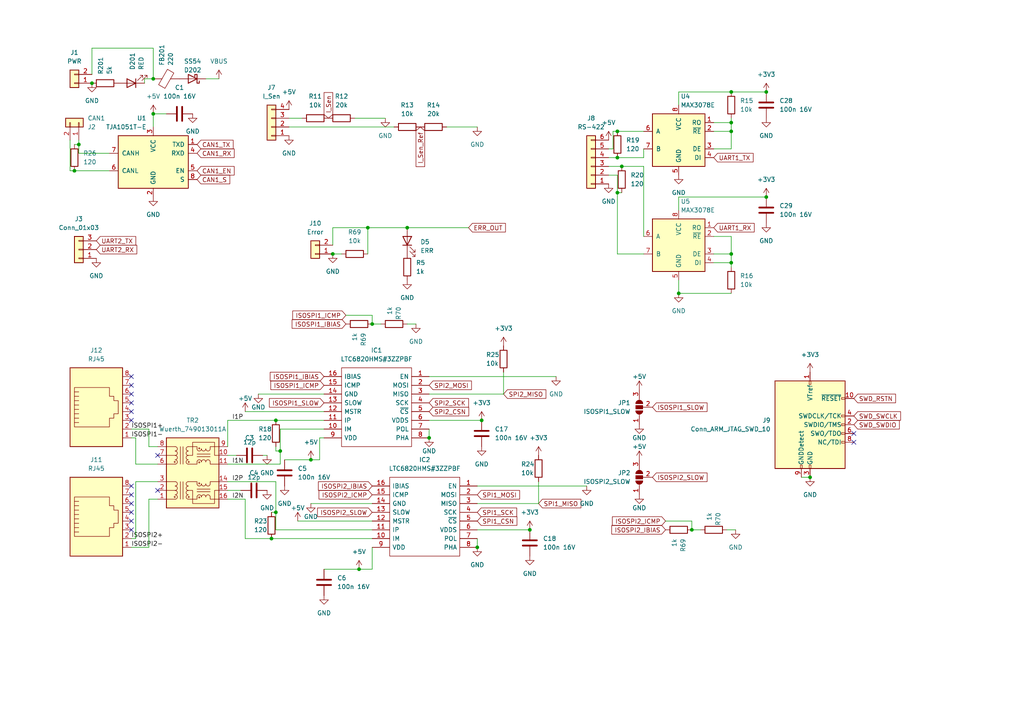
<source format=kicad_sch>
(kicad_sch (version 20231120) (generator "eeschema") (generator_version "8.0")
  (paper "A4")
  (lib_symbols
    (symbol "Connector:Conn_ARM_JTAG_SWD_10" (pin_names (offset 1.016))
      (property "Reference" "J" (at -2.54 16.51 0))
      (property "Value" "Conn_ARM_JTAG_SWD_10" (at -2.54 13.97 0))
      (symbol "Conn_ARM_JTAG_SWD_10_1_1"
        (pin power_in line (at 0 15.24 270) (length 2.54) (name "VTref") (number "1"))
        (pin open_collector line (at 12.7 7.62 180) (length 2.54) (name "~{RESET}") (number "10"))
        (pin bidirectional line (at 12.7 0 180) (length 2.54) (name "SWDIO/TMS") (number "2"))
        (pin power_in line (at 0 -15.24 90) (length 2.54) (name "GND") (number "3"))
        (pin output line (at 12.7 2.54 180) (length 2.54) (name "SWDCLK/TCK") (number "4"))
        (pin passive line (at 0 -15.24 90) (length 2.54) hide (name "GND") (number "5"))
        (pin input line (at 12.7 -2.54 180) (length 2.54) (name "SWO/TDO") (number "6"))
        (pin no_connect line (at -10.16 0 0) (length 2.54) hide (name "KEY") (number "7"))
        (pin output line (at 12.7 -5.08 180) (length 2.54) (name "NC/TDI") (number "8"))
        (pin passive line (at -2.54 -15.24 90) (length 2.54) (name "GNDDetect") (number "9"))
      )
    )
    (symbol "Connector:RJ45" (pin_names (offset 1.016))
      (property "Reference" "J" (at -5.08 13.97 0))
      (property "Value" "RJ45" (at 2.54 13.97 0))
      (symbol "RJ45_1_1"
        (pin passive line (at 10.16 -7.62 180) (length 2.54) (name "~") (number "1"))
        (pin passive line (at 10.16 -5.08 180) (length 2.54) (name "~") (number "2"))
        (pin passive line (at 10.16 -2.54 180) (length 2.54) (name "~") (number "3"))
        (pin passive line (at 10.16 0 180) (length 2.54) (name "~") (number "4"))
        (pin passive line (at 10.16 2.54 180) (length 2.54) (name "~") (number "5"))
        (pin passive line (at 10.16 5.08 180) (length 2.54) (name "~") (number "6"))
        (pin passive line (at 10.16 7.62 180) (length 2.54) (name "~") (number "7"))
        (pin passive line (at 10.16 10.16 180) (length 2.54) (name "~") (number "8"))
      )
    )
    (symbol "Connector_Generic:Conn_01x02" (pin_names (offset 1.016) hide)
      (property "Reference" "J" (at 0 2.54 0))
      (property "Value" "Conn_01x02" (at 0 -5.08 0))
      (symbol "Conn_01x02_1_1"
        (pin passive line (at -5.08 0 0) (length 3.81) (name "Pin_1") (number "1"))
        (pin passive line (at -5.08 -2.54 0) (length 3.81) (name "Pin_2") (number "2"))
      )
    )
    (symbol "Connector_Generic:Conn_01x03" (pin_names (offset 1.016) hide)
      (property "Reference" "J" (at 0 5.08 0))
      (property "Value" "Conn_01x03" (at 0 -5.08 0))
      (symbol "Conn_01x03_1_1"
        (pin passive line (at -5.08 2.54 0) (length 3.81) (name "Pin_1") (number "1"))
        (pin passive line (at -5.08 0 0) (length 3.81) (name "Pin_2") (number "2"))
        (pin passive line (at -5.08 -2.54 0) (length 3.81) (name "Pin_3") (number "3"))
      )
    )
    (symbol "Connector_Generic:Conn_01x04" (pin_names (offset 1.016) hide)
      (property "Reference" "J" (at 0 5.08 0))
      (property "Value" "Conn_01x04" (at 0 -7.62 0))
      (symbol "Conn_01x04_1_1"
        (pin passive line (at -5.08 2.54 0) (length 3.81) (name "Pin_1") (number "1"))
        (pin passive line (at -5.08 0 0) (length 3.81) (name "Pin_2") (number "2"))
        (pin passive line (at -5.08 -2.54 0) (length 3.81) (name "Pin_3") (number "3"))
        (pin passive line (at -5.08 -5.08 0) (length 3.81) (name "Pin_4") (number "4"))
      )
    )
    (symbol "Connector_Generic:Conn_01x06" (pin_names (offset 1.016) hide)
      (property "Reference" "J" (at 0 7.62 0))
      (property "Value" "Conn_01x06" (at 0 -10.16 0))
      (symbol "Conn_01x06_1_1"
        (pin passive line (at -5.08 5.08 0) (length 3.81) (name "Pin_1") (number "1"))
        (pin passive line (at -5.08 2.54 0) (length 3.81) (name "Pin_2") (number "2"))
        (pin passive line (at -5.08 0 0) (length 3.81) (name "Pin_3") (number "3"))
        (pin passive line (at -5.08 -2.54 0) (length 3.81) (name "Pin_4") (number "4"))
        (pin passive line (at -5.08 -5.08 0) (length 3.81) (name "Pin_5") (number "5"))
        (pin passive line (at -5.08 -7.62 0) (length 3.81) (name "Pin_6") (number "6"))
      )
    )
    (symbol "Device:C" (pin_numbers hide) (pin_names (offset 0.254))
      (property "Reference" "C" (at 0.635 2.54 0))
      (property "Value" "C" (at 0.635 -2.54 0))
      (symbol "C_1_1"
        (pin passive line (at 0 3.81 270) (length 2.794) (name "~") (number "1"))
        (pin passive line (at 0 -3.81 90) (length 2.794) (name "~") (number "2"))
      )
    )
    (symbol "Device:D_Schottky" (pin_numbers hide) (pin_names (offset 1.016) hide)
      (property "Reference" "D" (at 0 2.54 0))
      (property "Value" "D_Schottky" (at 0 -2.54 0))
      (symbol "D_Schottky_1_1"
        (pin passive line (at -3.81 0 0) (length 2.54) (name "K") (number "1"))
        (pin passive line (at 3.81 0 180) (length 2.54) (name "A") (number "2"))
      )
    )
    (symbol "Device:FerriteBead" (pin_numbers hide) (pin_names (offset 0))
      (property "Reference" "FB" (at -3.81 0.635 90))
      (property "Value" "FerriteBead" (at 3.81 0 90))
      (symbol "FerriteBead_1_1"
        (pin passive line (at 0 3.81 270) (length 2.54) (name "~") (number "1"))
        (pin passive line (at 0 -3.81 90) (length 2.54) (name "~") (number "2"))
      )
    )
    (symbol "Device:LED" (pin_numbers hide) (pin_names (offset 1.016) hide)
      (property "Reference" "D" (at 0 2.54 0))
      (property "Value" "LED" (at 0 -2.54 0))
      (symbol "LED_1_1"
        (pin passive line (at -3.81 0 0) (length 2.54) (name "K") (number "1"))
        (pin passive line (at 3.81 0 180) (length 2.54) (name "A") (number "2"))
      )
    )
    (symbol "Device:R" (pin_numbers hide) (pin_names (offset 0))
      (property "Reference" "R" (at 2.032 0 90))
      (property "Value" "R" (at 0 0 90))
      (symbol "R_1_1"
        (pin passive line (at 0 3.81 270) (length 1.27) (name "~") (number "1"))
        (pin passive line (at 0 -3.81 90) (length 1.27) (name "~") (number "2"))
      )
    )
    (symbol "Interface_CAN_LIN:TJA1051T-E" (pin_names (offset 1.016))
      (property "Reference" "U" (at -10.16 8.89 0))
      (property "Value" "TJA1051T-E" (at 1.27 8.89 0))
      (symbol "TJA1051T-E_1_1"
        (pin input line (at -12.7 5.08 0) (length 2.54) (name "TXD") (number "1"))
        (pin power_in line (at 0 -10.16 90) (length 2.54) (name "GND") (number "2"))
        (pin power_in line (at 0 10.16 270) (length 2.54) (name "VCC") (number "3"))
        (pin output line (at -12.7 2.54 0) (length 2.54) (name "RXD") (number "4"))
        (pin input line (at -12.7 -2.54 0) (length 2.54) (name "EN") (number "5"))
        (pin bidirectional line (at 12.7 -2.54 180) (length 2.54) (name "CANL") (number "6"))
        (pin bidirectional line (at 12.7 2.54 180) (length 2.54) (name "CANH") (number "7"))
        (pin input line (at -12.7 -5.08 0) (length 2.54) (name "S") (number "8"))
      )
    )
    (symbol "Interface_UART:MAX3078E" (pin_names (offset 1.016))
      (property "Reference" "U" (at -7.62 8.89 0))
      (property "Value" "MAX3078E" (at 2.54 8.89 0))
      (symbol "MAX3078E_1_1"
        (pin output line (at -10.16 5.08 0) (length 2.54) (name "RO") (number "1"))
        (pin input line (at -10.16 2.54 0) (length 2.54) (name "~{RE}") (number "2"))
        (pin input line (at -10.16 -2.54 0) (length 2.54) (name "DE") (number "3"))
        (pin input line (at -10.16 -5.08 0) (length 2.54) (name "DI") (number "4"))
        (pin power_in line (at 0 -10.16 90) (length 2.54) (name "GND") (number "5"))
        (pin bidirectional line (at 10.16 2.54 180) (length 2.54) (name "A") (number "6"))
        (pin bidirectional line (at 10.16 -2.54 180) (length 2.54) (name "B") (number "7"))
        (pin power_in line (at 0 10.16 270) (length 2.54) (name "VCC") (number "8"))
      )
    )
    (symbol "Jumper:SolderJumper_3_Open" (pin_names (offset 0) hide)
      (property "Reference" "JP" (at -2.54 -2.54 0))
      (property "Value" "SolderJumper_3_Open" (at 0 2.794 0))
      (symbol "SolderJumper_3_Open_1_1"
        (pin passive line (at -5.08 0 0) (length 2.54) (name "A") (number "1"))
        (pin passive line (at 0 -3.81 90) (length 2.54) (name "C") (number "2"))
        (pin passive line (at 5.08 0 180) (length 2.54) (name "B") (number "3"))
      )
    )
    (symbol "Samacsys:LTC6820HMS#3ZZPBF" (pin_names (offset 0.762))
      (property "Reference" "IC" (at 26.67 7.62 0))
      (property "Value" "LTC6820HMS#3ZZPBF" (at 26.67 5.08 0))
      (symbol "LTC6820HMS#3ZZPBF_0_0"
        (pin passive line (at 0 0 0) (length 5.08) (name "EN") (number "1"))
        (pin passive line (at 30.48 -15.24 180) (length 5.08) (name "IM") (number "10"))
        (pin passive line (at 30.48 -12.7 180) (length 5.08) (name "IP") (number "11"))
        (pin passive line (at 30.48 -10.16 180) (length 5.08) (name "MSTR") (number "12"))
        (pin passive line (at 30.48 -7.62 180) (length 5.08) (name "SLOW") (number "13"))
        (pin passive line (at 30.48 -5.08 180) (length 5.08) (name "GND") (number "14"))
        (pin passive line (at 30.48 -2.54 180) (length 5.08) (name "ICMP") (number "15"))
        (pin passive line (at 30.48 0 180) (length 5.08) (name "IBIAS") (number "16"))
        (pin passive line (at 0 -2.54 0) (length 5.08) (name "MOSI") (number "2"))
        (pin passive line (at 0 -5.08 0) (length 5.08) (name "MISO") (number "3"))
        (pin passive line (at 0 -7.62 0) (length 5.08) (name "SCK") (number "4"))
        (pin passive line (at 0 -10.16 0) (length 5.08) (name "~{CS}") (number "5"))
        (pin passive line (at 0 -12.7 0) (length 5.08) (name "VDDS") (number "6"))
        (pin passive line (at 0 -15.24 0) (length 5.08) (name "POL") (number "7"))
        (pin passive line (at 0 -17.78 0) (length 5.08) (name "PHA") (number "8"))
        (pin passive line (at 30.48 -17.78 180) (length 5.08) (name "VDD") (number "9"))
      )
    )
    (symbol "Transformer:Wuerth_749013011A" (pin_names hide)
      (property "Reference" "TR" (at 0 10.795 0))
      (property "Value" "Wuerth_749013011A" (at 0 -10.795 0))
      (symbol "Wuerth_749013011A_1_1"
        (pin passive line (at -10.16 -7.62 0) (length 2.54) (name "TD+") (number "1"))
        (pin passive line (at 10.16 5.08 180) (length 2.54) (name "C_RX") (number "10"))
        (pin passive line (at 10.16 2.54 180) (length 2.54) (name "RX+") (number "11"))
        (pin passive line (at 10.16 -2.54 180) (length 2.54) (name "TX-") (number "14"))
        (pin passive line (at 10.16 -5.08 180) (length 2.54) (name "C_TX") (number "15"))
        (pin passive line (at 10.16 -7.62 180) (length 2.54) (name "TX+") (number "16"))
        (pin passive line (at -10.16 -5.08 0) (length 2.54) (name "C_TD") (number "2"))
        (pin passive line (at -10.16 -2.54 0) (length 2.54) (name "TD-") (number "3"))
        (pin passive line (at -10.16 2.54 0) (length 2.54) (name "RD+") (number "6"))
        (pin passive line (at -10.16 5.08 0) (length 2.54) (name "C_RD") (number "7"))
        (pin passive line (at -10.16 7.62 0) (length 2.54) (name "RD-") (number "8"))
        (pin passive line (at 10.16 7.62 180) (length 2.54) (name "RX-") (number "9"))
      )
    )
    (symbol "power:+3V3" (power) (pin_names (offset 0))
      (property "Value" "+3V3" (at 0 3.556 0))
      (symbol "+3V3_1_1"
        (pin power_in line (at 0 0 90) (length 0) hide (name "+3V3") (number "1"))
      )
    )
    (symbol "power:+5V" (power) (pin_names (offset 0))
      (property "Value" "+5V" (at 0 3.556 0))
      (symbol "+5V_1_1"
        (pin power_in line (at 0 0 90) (length 0) hide (name "+5V") (number "1"))
      )
    )
    (symbol "power:GND" (power) (pin_names (offset 0))
      (property "Value" "GND" (at 0 -3.81 0))
      (symbol "GND_1_1"
        (pin power_in line (at 0 0 270) (length 0) hide (name "GND") (number "1"))
      )
    )
    (symbol "power:VBUS" (power) (pin_names (offset 0))
      (property "Value" "VBUS" (at 0 3.81 0))
      (symbol "VBUS_1_1"
        (pin power_in line (at 0 0 90) (length 0) hide (name "VBUS") (number "1"))
      )
    )
  )
  (junction (at 138.43 158.75))
  (junction (at 139.7 121.92))
  (junction (at 78.74 156.21))
  (junction (at 196.85 85.09))
  (junction (at 22.86 41.91))
  (junction (at 180.34 48.26))
  (junction (at 104.14 165.1))
  (junction (at 118.11 66.04))
  (junction (at 81.28 130.81))
  (junction (at 96.52 73.66))
  (junction (at 26.67 24.13))
  (junction (at 21.59 49.53))
  (junction (at 80.01 121.92))
  (junction (at 179.07 38.1))
  (junction (at 44.45 22.86))
  (junction (at 90.17 133.35))
  (junction (at 107.95 93.98))
  (junction (at 200.66 153.67))
  (junction (at 222.25 57.15))
  (junction (at 212.09 26.67))
  (junction (at 179.07 45.72))
  (junction (at 153.67 153.67))
  (junction (at 179.07 55.88))
  (junction (at 44.45 33.02))
  (junction (at 222.25 26.67))
  (junction (at 124.46 127))
  (junction (at 80.01 148.59))
  (junction (at 234.95 138.43))
  (junction (at 212.09 38.1))
  (junction (at 212.09 76.2))
  (junction (at 106.68 66.04))
  (junction (at 212.09 73.66))
  (junction (at 212.09 35.56))
  (no_connect (at 38.1 140.97))
  (no_connect (at 38.1 121.92))
  (no_connect (at 38.1 111.76))
  (no_connect (at 38.1 151.13))
  (no_connect (at 45.72 142.24))
  (no_connect (at 38.1 148.59))
  (no_connect (at 38.1 119.38))
  (no_connect (at 38.1 143.51))
  (no_connect (at 247.65 125.73))
  (no_connect (at 38.1 109.22))
  (no_connect (at 247.65 128.27))
  (no_connect (at 38.1 146.05))
  (no_connect (at 38.1 153.67))
  (no_connect (at 45.72 132.08))
  (no_connect (at 38.1 116.84))
  (no_connect (at 38.1 114.3))
  (wire (pts (xy 138.43 153.67) (xy 153.67 153.67)))
  (wire (pts (xy 66.04 132.08) (xy 68.58 132.08)))
  (wire (pts (xy 212.09 77.47) (xy 212.09 76.2)))
  (wire (pts (xy 120.65 93.98) (xy 118.11 93.98)))
  (wire (pts (xy 82.55 133.35) (xy 90.17 133.35)))
  (wire (pts (xy 83.82 34.29) (xy 87.63 34.29)))
  (wire (pts (xy 212.09 35.56) (xy 212.09 38.1)))
  (wire (pts (xy 186.69 68.58) (xy 186.69 48.26)))
  (wire (pts (xy 80.01 153.67) (xy 107.95 153.67)))
  (wire (pts (xy 90.17 133.35) (xy 92.71 133.35)))
  (wire (pts (xy 212.09 38.1) (xy 207.01 38.1)))
  (wire (pts (xy 124.46 121.92) (xy 139.7 121.92)))
  (wire (pts (xy 200.66 151.13) (xy 193.04 151.13)))
  (wire (pts (xy 200.66 151.13) (xy 200.66 153.67)))
  (wire (pts (xy 76.2 132.08) (xy 77.47 132.08)))
  (wire (pts (xy 45.72 139.7) (xy 39.37 139.7)))
  (wire (pts (xy 22.86 44.45) (xy 31.75 44.45)))
  (wire (pts (xy 66.04 121.92) (xy 80.01 121.92)))
  (wire (pts (xy 20.32 49.53) (xy 21.59 49.53)))
  (wire (pts (xy 179.07 38.1) (xy 186.69 38.1)))
  (wire (pts (xy 212.09 26.67) (xy 222.25 26.67)))
  (wire (pts (xy 22.86 41.91) (xy 22.86 44.45)))
  (wire (pts (xy 212.09 43.18) (xy 207.01 43.18)))
  (wire (pts (xy 196.85 60.96) (xy 196.85 57.15)))
  (wire (pts (xy 196.85 57.15) (xy 222.25 57.15)))
  (wire (pts (xy 39.37 127) (xy 38.1 127)))
  (wire (pts (xy 83.82 36.83) (xy 114.3 36.83)))
  (wire (pts (xy 43.18 144.78) (xy 43.18 158.75)))
  (wire (pts (xy 43.18 158.75) (xy 38.1 158.75)))
  (wire (pts (xy 26.67 13.97) (xy 44.45 13.97)))
  (wire (pts (xy 207.01 68.58) (xy 212.09 68.58)))
  (wire (pts (xy 196.85 30.48) (xy 196.85 26.67)))
  (wire (pts (xy 80.01 153.67) (xy 80.01 148.59)))
  (wire (pts (xy 21.59 41.91) (xy 22.86 41.91)))
  (wire (pts (xy 41.91 22.86) (xy 41.91 24.13)))
  (wire (pts (xy 110.49 93.98) (xy 107.95 93.98)))
  (wire (pts (xy 66.04 134.62) (xy 81.28 134.62)))
  (wire (pts (xy 20.32 40.64) (xy 20.32 49.53)))
  (wire (pts (xy 212.09 73.66) (xy 212.09 76.2)))
  (wire (pts (xy 39.37 127) (xy 39.37 134.62)))
  (wire (pts (xy 74.93 114.3) (xy 93.98 114.3)))
  (wire (pts (xy 96.52 66.04) (xy 106.68 66.04)))
  (wire (pts (xy 80.01 130.81) (xy 81.28 130.81)))
  (wire (pts (xy 176.53 50.8) (xy 179.07 50.8)))
  (wire (pts (xy 66.04 142.24) (xy 69.85 142.24)))
  (wire (pts (xy 124.46 109.22) (xy 161.29 109.22)))
  (wire (pts (xy 212.09 68.58) (xy 212.09 73.66)))
  (wire (pts (xy 43.18 129.54) (xy 43.18 124.46)))
  (wire (pts (xy 99.06 73.66) (xy 96.52 73.66)))
  (wire (pts (xy 179.07 45.72) (xy 186.69 45.72)))
  (wire (pts (xy 138.43 140.97) (xy 170.18 140.97)))
  (wire (pts (xy 93.98 165.1) (xy 104.14 165.1)))
  (wire (pts (xy 22.86 40.64) (xy 22.86 41.91)))
  (wire (pts (xy 38.1 156.21) (xy 39.37 156.21)))
  (wire (pts (xy 81.28 134.62) (xy 81.28 130.81)))
  (wire (pts (xy 203.2 153.67) (xy 200.66 153.67)))
  (wire (pts (xy 26.67 21.59) (xy 26.67 13.97)))
  (wire (pts (xy 38.1 124.46) (xy 43.18 124.46)))
  (wire (pts (xy 138.43 156.21) (xy 138.43 158.75)))
  (wire (pts (xy 212.09 34.29) (xy 212.09 35.56)))
  (wire (pts (xy 102.87 34.29) (xy 111.76 34.29)))
  (wire (pts (xy 186.69 73.66) (xy 179.07 73.66)))
  (wire (pts (xy 71.12 156.21) (xy 78.74 156.21)))
  (wire (pts (xy 106.68 66.04) (xy 118.11 66.04)))
  (wire (pts (xy 66.04 139.7) (xy 80.01 139.7)))
  (wire (pts (xy 39.37 134.62) (xy 45.72 134.62)))
  (wire (pts (xy 156.21 146.05) (xy 138.43 146.05)))
  (wire (pts (xy 179.07 55.88) (xy 179.07 50.8)))
  (wire (pts (xy 106.68 66.04) (xy 106.68 73.66)))
  (wire (pts (xy 176.53 43.18) (xy 177.8 43.18)))
  (wire (pts (xy 66.04 121.92) (xy 66.04 129.54)))
  (wire (pts (xy 107.95 91.44) (xy 100.33 91.44)))
  (wire (pts (xy 212.09 35.56) (xy 207.01 35.56)))
  (wire (pts (xy 80.01 129.54) (xy 80.01 130.81)))
  (wire (pts (xy 71.12 156.21) (xy 71.12 144.78)))
  (wire (pts (xy 81.28 130.81) (xy 81.28 124.46)))
  (wire (pts (xy 177.8 43.18) (xy 177.8 38.1)))
  (wire (pts (xy 44.45 22.86) (xy 44.45 13.97)))
  (wire (pts (xy 176.53 48.26) (xy 180.34 48.26)))
  (wire (pts (xy 196.85 85.09) (xy 196.85 81.28)))
  (wire (pts (xy 78.74 156.21) (xy 107.95 156.21)))
  (wire (pts (xy 124.46 124.46) (xy 124.46 127)))
  (wire (pts (xy 124.46 114.3) (xy 146.05 114.3)))
  (wire (pts (xy 96.52 71.12) (xy 96.52 66.04)))
  (wire (pts (xy 107.95 165.1) (xy 107.95 158.75)))
  (wire (pts (xy 156.21 139.7) (xy 156.21 146.05)))
  (wire (pts (xy 71.12 144.78) (xy 66.04 144.78)))
  (wire (pts (xy 146.05 107.95) (xy 146.05 114.3)))
  (wire (pts (xy 212.09 76.2) (xy 207.01 76.2)))
  (wire (pts (xy 81.28 124.46) (xy 93.98 124.46)))
  (wire (pts (xy 107.95 91.44) (xy 107.95 93.98)))
  (wire (pts (xy 176.53 45.72) (xy 179.07 45.72)))
  (wire (pts (xy 232.41 138.43) (xy 234.95 138.43)))
  (wire (pts (xy 179.07 73.66) (xy 179.07 55.88)))
  (wire (pts (xy 90.17 146.05) (xy 107.95 146.05)))
  (wire (pts (xy 39.37 139.7) (xy 39.37 156.21)))
  (wire (pts (xy 177.8 38.1) (xy 179.07 38.1)))
  (wire (pts (xy 92.71 127) (xy 93.98 127)))
  (wire (pts (xy 196.85 85.09) (xy 212.09 85.09)))
  (wire (pts (xy 45.72 144.78) (xy 43.18 144.78)))
  (wire (pts (xy 180.34 48.26) (xy 186.69 48.26)))
  (wire (pts (xy 78.74 148.59) (xy 80.01 148.59)))
  (wire (pts (xy 92.71 133.35) (xy 92.71 127)))
  (wire (pts (xy 213.36 153.67) (xy 210.82 153.67)))
  (wire (pts (xy 80.01 148.59) (xy 80.01 139.7)))
  (wire (pts (xy 212.09 38.1) (xy 212.09 43.18)))
  (wire (pts (xy 207.01 73.66) (xy 212.09 73.66)))
  (wire (pts (xy 196.85 26.67) (xy 212.09 26.67)))
  (wire (pts (xy 179.07 55.88) (xy 180.34 55.88)))
  (wire (pts (xy 86.36 151.13) (xy 107.95 151.13)))
  (wire (pts (xy 44.45 33.02) (xy 48.26 33.02)))
  (wire (pts (xy 129.54 36.83) (xy 138.43 36.83)))
  (wire (pts (xy 80.01 121.92) (xy 93.98 121.92)))
  (wire (pts (xy 59.69 22.86) (xy 63.5 22.86)))
  (wire (pts (xy 104.14 165.1) (xy 107.95 165.1)))
  (wire (pts (xy 71.12 119.38) (xy 93.98 119.38)))
  (wire (pts (xy 118.11 66.04) (xy 135.89 66.04)))
  (wire (pts (xy 45.72 129.54) (xy 43.18 129.54)))
  (wire (pts (xy 44.45 22.86) (xy 41.91 22.86)))
  (wire (pts (xy 44.45 33.02) (xy 44.45 36.83)))
  (wire (pts (xy 21.59 49.53) (xy 31.75 49.53)))
  (wire (pts (xy 186.69 43.18) (xy 186.69 45.72)))
  (label "I1N" (at 67.31 134.62 0))
  (label "I1P" (at 67.31 121.92 0))
  (label "I2P" (at 67.31 139.7 0))
  (label "I2N" (at 67.31 144.78 0))
  (label "ISOSPI1-" (at 38.1 127 0))
  (label "ISOSPI1+" (at 38.1 124.46 0))
  (label "ISOSPI2-" (at 38.1 158.75 0))
  (label "ISOSPI2+" (at 38.1 156.21 0))
  (global_label "CAN1_RX" (shape input) (at 57.15 44.45 0) (property "Intersheetrefs" "${INTERSHEET_REFS}" (effects (hide yes))))
  (global_label "SPI2_SCK" (shape input) (at 124.46 116.84 0) (property "Intersheetrefs" "${INTERSHEET_REFS}" (effects (hide yes))))
  (global_label "ISOSPI1_SLOW" (shape input) (at 189.23 118.11 0) (property "Intersheetrefs" "${INTERSHEET_REFS}" (effects (hide yes))))
  (global_label "SWD_RSTN" (shape input) (at 247.65 115.57 0) (property "Intersheetrefs" "${INTERSHEET_REFS}" (effects (hide yes))))
  (global_label "ISOSPI2_SLOW" (shape input) (at 189.23 138.43 0) (property "Intersheetrefs" "${INTERSHEET_REFS}" (effects (hide yes))))
  (global_label "ISOSPI1_IBIAS" (shape input) (at 100.33 93.98 180) (property "Intersheetrefs" "${INTERSHEET_REFS}" (effects (hide yes))))
  (global_label "ISOSPI2_SLOW" (shape input) (at 107.95 148.59 180) (property "Intersheetrefs" "${INTERSHEET_REFS}" (effects (hide yes))))
  (global_label "UART1_RX" (shape input) (at 207.01 66.04 0) (property "Intersheetrefs" "${INTERSHEET_REFS}" (effects (hide yes))))
  (global_label "UART1_TX" (shape input) (at 207.01 45.72 0) (property "Intersheetrefs" "${INTERSHEET_REFS}" (effects (hide yes))))
  (global_label "ISOSPI1_ICMP" (shape input) (at 100.33 91.44 180) (property "Intersheetrefs" "${INTERSHEET_REFS}" (effects (hide yes))))
  (global_label "SPI1_MISO" (shape input) (at 156.21 146.05 0) (property "Intersheetrefs" "${INTERSHEET_REFS}" (effects (hide yes))))
  (global_label "ISOSPI1_IBIAS" (shape input) (at 93.98 109.22 180) (property "Intersheetrefs" "${INTERSHEET_REFS}" (effects (hide yes))))
  (global_label "SPI1_MOSI" (shape input) (at 138.43 143.51 0) (property "Intersheetrefs" "${INTERSHEET_REFS}" (effects (hide yes))))
  (global_label "UART2_TX" (shape input) (at 27.94 69.85 0) (property "Intersheetrefs" "${INTERSHEET_REFS}" (effects (hide yes))))
  (global_label "SPI1_CSN" (shape input) (at 138.43 151.13 0) (property "Intersheetrefs" "${INTERSHEET_REFS}" (effects (hide yes))))
  (global_label "I_Sen_Ref" (shape input) (at 121.92 36.83 270) (property "Intersheetrefs" "${INTERSHEET_REFS}" (effects (hide yes))))
  (global_label "SWD_SWCLK" (shape input) (at 247.65 120.65 0) (property "Intersheetrefs" "${INTERSHEET_REFS}" (effects (hide yes))))
  (global_label "I_Sen" (shape input) (at 95.25 34.29 90) (property "Intersheetrefs" "${INTERSHEET_REFS}" (effects (hide yes))))
  (global_label "ISOSPI2_ICMP" (shape input) (at 107.95 143.51 180) (property "Intersheetrefs" "${INTERSHEET_REFS}" (effects (hide yes))))
  (global_label "UART2_RX" (shape input) (at 27.94 72.39 0) (property "Intersheetrefs" "${INTERSHEET_REFS}" (effects (hide yes))))
  (global_label "ISOSPI1_ICMP" (shape input) (at 93.98 111.76 180) (property "Intersheetrefs" "${INTERSHEET_REFS}" (effects (hide yes))))
  (global_label "SWD_SWDIO" (shape input) (at 247.65 123.19 0) (property "Intersheetrefs" "${INTERSHEET_REFS}" (effects (hide yes))))
  (global_label "SPI2_MOSI" (shape input) (at 124.46 111.76 0) (property "Intersheetrefs" "${INTERSHEET_REFS}" (effects (hide yes))))
  (global_label "CAN1_TX" (shape input) (at 57.15 41.91 0) (property "Intersheetrefs" "${INTERSHEET_REFS}" (effects (hide yes))))
  (global_label "CAN1_EN" (shape input) (at 57.15 49.53 0) (property "Intersheetrefs" "${INTERSHEET_REFS}" (effects (hide yes))))
  (global_label "SPI2_CSN" (shape input) (at 124.46 119.38 0) (property "Intersheetrefs" "${INTERSHEET_REFS}" (effects (hide yes))))
  (global_label "ISOSPI1_SLOW" (shape input) (at 93.98 116.84 180) (property "Intersheetrefs" "${INTERSHEET_REFS}" (effects (hide yes))))
  (global_label "CAN1_S" (shape input) (at 57.15 52.07 0) (property "Intersheetrefs" "${INTERSHEET_REFS}" (effects (hide yes))))
  (global_label "ERR_OUT" (shape input) (at 135.89 66.04 0) (property "Intersheetrefs" "${INTERSHEET_REFS}" (effects (hide yes))))
  (global_label "ISOSPI2_ICMP" (shape input) (at 193.04 151.13 180) (property "Intersheetrefs" "${INTERSHEET_REFS}" (effects (hide yes))))
  (global_label "ISOSPI2_IBIAS" (shape input) (at 193.04 153.67 180) (property "Intersheetrefs" "${INTERSHEET_REFS}" (effects (hide yes))))
  (global_label "SPI2_MISO" (shape input) (at 146.05 114.3 0) (property "Intersheetrefs" "${INTERSHEET_REFS}" (effects (hide yes))))
  (global_label "SPI1_SCK" (shape input) (at 138.43 148.59 0) (property "Intersheetrefs" "${INTERSHEET_REFS}" (effects (hide yes))))
  (global_label "ISOSPI2_IBIAS" (shape input) (at 107.95 140.97 180) (property "Intersheetrefs" "${INTERSHEET_REFS}" (effects (hide yes))))
  (symbol (lib_id "Connector:RJ45") (at 27.94 151.13 0) (unit 1)
    (property "Reference" "J11" (at 27.94 133.35 0))
    (property "Value" "RJ45" (at 27.94 135.89 0))
    (property "Footprint" "Connector_RJ:RJ45_Amphenol_54602-x08_Horizontal" (effects (hide yes)))
  )
  (symbol (lib_id "power:GND") (at 55.88 33.02 0) (unit 1)
    (property "Reference" "#PWR07" (effects (hide yes)))
    (property "Value" "GND" (at 55.88 38.1 0))
  )
  (symbol (lib_id "Device:C") (at 72.39 132.08 90) (unit 1)
    (property "Reference" "C3" (at 72.39 127 90))
    (property "Value" "12p" (at 72.39 128.27 90))
    (property "Footprint" "Capacitor_SMD:C_0603_1608Metric" (effects (hide yes)))
  )
  (symbol (lib_id "power:+5V") (at 176.53 40.64 0) (unit 1)
    (property "Reference" "#PWR072" (effects (hide yes)))
    (property "Value" "+5V" (at 176.53 35.56 0))
  )
  (symbol (lib_id "Device:R") (at 125.73 36.83 90) (unit 1)
    (property "Reference" "R14" (at 125.73 30.48 90))
    (property "Value" "20k" (at 125.73 33.02 90))
    (property "Footprint" "Resistor_SMD:R_0603_1608Metric" (effects (hide yes)))
  )
  (symbol (lib_id "Device:R") (at 196.85 153.67 270) (unit 1)
    (property "Reference" "R69" (at 198.12 156.21 0) (effects (justify left)))
    (property "Value" "1k" (at 195.58 156.21 0) (effects (justify left)))
    (property "Footprint" "Resistor_SMD:R_0603_1608Metric" (effects (hide yes)))
    (instances (project "BMS_Slave_V1(ADBMS1818)" (path "" (reference "R69") (unit 1))) (project "BMS_MASTER_STM32F103C8" (path "" (reference "R9") (unit 1))))
  )
  (symbol (lib_id "power:GND") (at 82.55 140.97 0) (unit 1)
    (property "Reference" "#PWR015" (effects (hide yes)))
    (property "Value" "GND" (at 82.55 146.05 0))
  )
  (symbol (lib_id "Device:C") (at 222.25 30.48 180) (unit 1)
    (property "Reference" "C28" (at 226.06 29.21 0) (effects (justify right)))
    (property "Value" "100n 16V" (at 226.06 31.75 0) (effects (justify right)))
    (property "Footprint" "Capacitor_SMD:C_0603_1608Metric" (effects (hide yes)))
  )
  (symbol (lib_id "power:GND") (at 185.42 123.19 0) (unit 1)
    (property "Reference" "#PWR047" (effects (hide yes)))
    (property "Value" "GND" (at 185.42 127 0))
  )
  (symbol (lib_id "power:GND") (at 138.43 36.83 0) (unit 1)
    (property "Reference" "#PWR030" (effects (hide yes)))
    (property "Value" "GND" (at 138.43 41.91 0))
  )
  (symbol (lib_id "Device:R") (at 212.09 30.48 0) (unit 1)
    (property "Reference" "R15" (at 214.63 29.21 0) (effects (justify left)))
    (property "Value" "10k" (at 214.63 31.75 0) (effects (justify left)))
    (property "Footprint" "Resistor_SMD:R_0603_1608Metric" (effects (hide yes)))
  )
  (symbol (lib_id "Device:R") (at 99.06 34.29 90) (unit 1)
    (property "Reference" "R12" (at 99.06 27.94 90))
    (property "Value" "20k" (at 99.06 30.48 90))
    (property "Footprint" "Resistor_SMD:R_0603_1608Metric" (effects (hide yes)))
  )
  (symbol (lib_id "power:+5V") (at 185.42 113.03 0) (unit 1)
    (property "Reference" "#PWR046" (effects (hide yes)))
    (property "Value" "+5V" (at 185.42 109.22 0))
  )
  (symbol (lib_id "power:GND") (at 74.93 114.3 0) (unit 1)
    (property "Reference" "#PWR033" (effects (hide yes)))
    (property "Value" "GND" (at 74.93 118.11 0))
  )
  (symbol (lib_id "power:GND") (at 176.53 53.34 0) (unit 1)
    (property "Reference" "#PWR073" (effects (hide yes)))
    (property "Value" "GND" (at 176.53 58.42 0))
  )
  (symbol (lib_id "power:GND") (at 138.43 158.75 0) (unit 1)
    (property "Reference" "#PWR050" (effects (hide yes)))
    (property "Value" "GND" (at 138.43 163.83 0))
  )
  (symbol (lib_id "Device:R") (at 212.09 81.28 0) (unit 1)
    (property "Reference" "R16" (at 214.63 80.01 0) (effects (justify left)))
    (property "Value" "10k" (at 214.63 82.55 0) (effects (justify left)))
    (property "Footprint" "Resistor_SMD:R_0603_1608Metric" (effects (hide yes)))
  )
  (symbol (lib_id "Device:R") (at 91.44 34.29 90) (unit 1)
    (property "Reference" "R11" (at 91.44 27.94 90))
    (property "Value" "10k" (at 91.44 30.48 90))
    (property "Footprint" "Resistor_SMD:R_0603_1608Metric" (effects (hide yes)))
  )
  (symbol (lib_id "power:GND") (at 124.46 127 0) (unit 1)
    (property "Reference" "#PWR051" (effects (hide yes)))
    (property "Value" "GND" (at 124.46 130.81 0))
  )
  (symbol (lib_id "power:GND") (at 44.45 57.15 0) (unit 1)
    (property "Reference" "#PWR03" (effects (hide yes)))
    (property "Value" "GND" (at 44.45 62.23 0))
  )
  (symbol (lib_id "Connector:Conn_ARM_JTAG_SWD_10") (at 234.95 123.19 0) (unit 1)
    (property "Reference" "J9" (at 223.52 121.92 0) (effects (justify right)))
    (property "Value" "Conn_ARM_JTAG_SWD_10" (at 223.52 124.46 0) (effects (justify right)))
    (property "Footprint" "Connector_PinHeader_2.54mm:PinHeader_2x05_P2.54mm_Vertical" (effects (hide yes)))
    (property "Datasheet" "http://infocenter.arm.com/help/topic/com.arm.doc.ddi0314h/DDI0314H_coresight_components_trm.pdf" (effects (hide yes)))
  )
  (symbol (lib_id "Device:FerriteBead") (at 48.26 22.86 90) (unit 1)
    (property "Reference" "FB201" (at 46.9391 19.05 0) (effects (justify left)))
    (property "Value" "220" (at 49.4791 19.05 0) (effects (justify left)))
    (property "Footprint" "Resistor_SMD:R_0603_1608Metric" (effects (hide yes)))
    (property "Description" "Ferrite bead" (effects (hide yes)))
  )
  (symbol (lib_id "Connector_Generic:Conn_01x02") (at 22.86 35.56 270) (mirror x) (unit 1)
    (property "Reference" "J2" (at 25.4 36.83 90) (effects (justify left)))
    (property "Value" "CAN1" (at 25.4 34.29 90) (effects (justify left)))
    (property "Footprint" "Connector_JST:JST_XH_B2B-XH-A_1x02_P2.50mm_Vertical" (effects (hide yes)))
  )
  (symbol (lib_id "power:GND") (at 161.29 109.22 0) (unit 1)
    (property "Reference" "#PWR043" (effects (hide yes)))
    (property "Value" "GND" (at 161.29 114.3 0))
  )
  (symbol (lib_id "power:+5V") (at 90.17 133.35 0) (unit 1)
    (property "Reference" "#PWR013" (effects (hide yes)))
    (property "Value" "+5V" (at 90.17 128.27 0))
  )
  (symbol (lib_id "power:GND") (at 77.47 132.08 0) (unit 1)
    (property "Reference" "#PWR09" (effects (hide yes)))
    (property "Value" "GND" (at 77.47 137.16 0))
  )
  (symbol (lib_id "power:GND") (at 111.76 34.29 0) (unit 1)
    (property "Reference" "#PWR094" (effects (hide yes)))
    (property "Value" "GND" (at 111.76 39.37 0))
  )
  (symbol (lib_id "Samacsys:LTC6820HMS#3ZZPBF") (at 138.43 140.97 0) (mirror y) (unit 1)
    (property "Reference" "IC2" (at 123.19 133.35 0))
    (property "Value" "LTC6820HMS#3ZZPBF" (at 123.19 135.89 0))
    (property "Footprint" "Samacsys:SOP50P490X110-16N" (effects (hide yes)))
    (property "Datasheet" "https://www.analog.com/media/en/technical-documentation/data-sheets/LTC6820.pdf" (effects (hide yes)))
    (property "Description" "Interface - Specialized isoSPI Iso Communications Int" (effects (hide yes)))
    (property "Height" "1.1" (effects (hide yes)))
    (property "Mouser Part Number" "584-6820HMS#3ZZPB" (effects (hide yes)))
    (property "Mouser Price/Stock" "https://www.mouser.co.uk/ProductDetail/Analog-Devices/LTC6820HMS3ZZPBF?qs=byeeYqUIh0PVRI5fl%252BKPig%3D%3D" (effects (hide yes)))
    (property "Manufacturer_Name" "Analog Devices" (effects (hide yes)))
    (property "Manufacturer_Part_Number" "LTC6820HMS#3ZZPBF" (effects (hide yes)))
  )
  (symbol (lib_id "power:GND") (at 139.7 129.54 0) (unit 1)
    (property "Reference" "#PWR038" (effects (hide yes)))
    (property "Value" "GND" (at 139.7 134.62 0))
  )
  (symbol (lib_id "Device:C") (at 73.66 142.24 90) (unit 1)
    (property "Reference" "C4" (at 73.66 137.16 90))
    (property "Value" "12p" (at 73.66 138.43 90))
    (property "Footprint" "Capacitor_SMD:C_0603_1608Metric" (effects (hide yes)))
  )
  (symbol (lib_id "Device:R") (at 21.59 45.72 0) (unit 1)
    (property "Reference" "R26" (at 24.13 44.4499 0) (effects (justify left)))
    (property "Value" "120" (at 24.13 46.9899 0) (effects (justify left)))
    (property "Footprint" "Resistor_SMD:R_0603_1608Metric" (effects (hide yes)))
  )
  (symbol (lib_id "Device:R") (at 156.21 135.89 0) (unit 1)
    (property "Reference" "R24" (at 151.13 134.62 0) (effects (justify left)))
    (property "Value" "10k" (at 151.13 137.16 0) (effects (justify left)))
    (property "Footprint" "Resistor_SMD:R_0603_1608Metric" (effects (hide yes)))
  )
  (symbol (lib_id "power:+5V") (at 104.14 165.1 0) (unit 1)
    (property "Reference" "#PWR014" (effects (hide yes)))
    (property "Value" "+5V" (at 104.14 160.02 0))
  )
  (symbol (lib_id "power:+3V3") (at 146.05 100.33 0) (unit 1)
    (property "Reference" "#PWR023" (effects (hide yes)))
    (property "Value" "+3V3" (at 146.05 95.25 0))
  )
  (symbol (lib_id "Device:C") (at 93.98 168.91 180) (unit 1)
    (property "Reference" "C6" (at 97.79 167.64 0) (effects (justify right)))
    (property "Value" "100n 16V" (at 97.79 170.18 0) (effects (justify right)))
    (property "Footprint" "Capacitor_SMD:C_0603_1608Metric" (effects (hide yes)))
  )
  (symbol (lib_id "Device:R") (at 118.11 36.83 270) (unit 1)
    (property "Reference" "R13" (at 118.11 30.48 90))
    (property "Value" "10k" (at 118.11 33.02 90))
    (property "Footprint" "Resistor_SMD:R_0603_1608Metric" (effects (hide yes)))
  )
  (symbol (lib_id "Connector_Generic:Conn_01x03") (at 22.86 72.39 180) (unit 1)
    (property "Reference" "J3" (at 22.86 63.5 0))
    (property "Value" "Conn_01x03" (at 22.86 66.04 0))
    (property "Footprint" "Connector_JST:JST_XH_B3B-XH-A_1x03_P2.50mm_Vertical" (effects (hide yes)))
    (property "Description" "Generic connector, single row, 01x03, script generated (kicad-library-utils/schlib/autogen/connector/)" (effects (hide yes)))
  )
  (symbol (lib_id "power:GND") (at 77.47 142.24 0) (unit 1)
    (property "Reference" "#PWR010" (effects (hide yes)))
    (property "Value" "GND" (at 77.47 147.32 0))
  )
  (symbol (lib_id "Connector:RJ45") (at 27.94 119.38 0) (unit 1)
    (property "Reference" "J12" (at 27.94 101.6 0))
    (property "Value" "RJ45" (at 27.94 104.14 0))
    (property "Footprint" "Connector_RJ:RJ45_Amphenol_54602-x08_Horizontal" (effects (hide yes)))
  )
  (symbol (lib_id "power:+5V") (at 185.42 133.35 0) (unit 1)
    (property "Reference" "#PWR048" (effects (hide yes)))
    (property "Value" "+5V" (at 185.42 129.54 0))
  )
  (symbol (lib_id "power:GND") (at 93.98 172.72 0) (unit 1)
    (property "Reference" "#PWR016" (effects (hide yes)))
    (property "Value" "GND" (at 93.98 177.8 0))
  )
  (symbol (lib_id "Device:C") (at 52.07 33.02 90) (unit 1)
    (property "Reference" "C1" (at 52.07 25.4 90))
    (property "Value" "100n 16V" (at 52.07 27.94 90))
    (property "Footprint" "Capacitor_SMD:C_0603_1608Metric" (effects (hide yes)))
  )
  (symbol (lib_id "power:GND") (at 234.95 138.43 0) (unit 1)
    (property "Reference" "#PWR083" (effects (hide yes)))
    (property "Value" "GND" (at 234.95 143.51 0))
  )
  (symbol (lib_id "Connector_Generic:Conn_01x04") (at 78.74 36.83 180) (unit 1)
    (property "Reference" "J7" (at 78.74 25.4 0))
    (property "Value" "I_Sen" (at 78.74 27.94 0))
    (property "Footprint" "Connector_JST:JST_XH_B4B-XH-A_1x04_P2.50mm_Vertical" (effects (hide yes)))
  )
  (symbol (lib_id "power:+3V3") (at 234.95 107.95 0) (unit 1)
    (property "Reference" "#PWR082" (effects (hide yes)))
    (property "Value" "+3V3" (at 234.95 102.87 0))
  )
  (symbol (lib_id "power:+5V") (at 86.36 151.13 0) (unit 1)
    (property "Reference" "#PWR040" (effects (hide yes)))
    (property "Value" "+5V" (at 86.36 147.32 0))
  )
  (symbol (lib_id "power:GND") (at 27.94 74.93 0) (unit 1)
    (property "Reference" "#PWR032" (effects (hide yes)))
    (property "Value" "GND" (at 27.94 80.01 0))
  )
  (symbol (lib_id "Device:C") (at 153.67 157.48 180) (unit 1)
    (property "Reference" "C18" (at 157.48 156.21 0) (effects (justify right)))
    (property "Value" "100n 16V" (at 157.48 158.75 0) (effects (justify right)))
    (property "Footprint" "Capacitor_SMD:C_0603_1608Metric" (effects (hide yes)))
  )
  (symbol (lib_id "Connector_Generic:Conn_01x02") (at 91.44 73.66 180) (unit 1)
    (property "Reference" "J10" (at 91.44 64.77 0))
    (property "Value" "Error" (at 91.44 67.31 0))
    (property "Footprint" "Connector_JST:JST_XH_B2B-XH-A_1x02_P2.50mm_Vertical" (effects (hide yes)))
  )
  (symbol (lib_id "power:GND") (at 196.85 85.09 0) (unit 1)
    (property "Reference" "#PWR079" (effects (hide yes)))
    (property "Value" "GND" (at 196.85 90.17 0))
  )
  (symbol (lib_id "power:GND") (at 185.42 143.51 0) (unit 1)
    (property "Reference" "#PWR049" (effects (hide yes)))
    (property "Value" "GND" (at 185.42 147.32 0))
  )
  (symbol (lib_id "power:+3V3") (at 222.25 26.67 0) (unit 1)
    (property "Reference" "#PWR074" (effects (hide yes)))
    (property "Value" "+3V3" (at 222.25 21.59 0))
  )
  (symbol (lib_id "Device:R") (at 180.34 52.07 0) (unit 1)
    (property "Reference" "R20" (at 182.88 50.8 0) (effects (justify left)))
    (property "Value" "120" (at 182.88 53.34 0) (effects (justify left)))
    (property "Footprint" "Resistor_SMD:R_0603_1608Metric" (effects (hide yes)))
  )
  (symbol (lib_id "power:+5V") (at 44.45 33.02 0) (unit 1)
    (property "Reference" "#PWR05" (effects (hide yes)))
    (property "Value" "+5V" (at 44.45 27.94 0))
  )
  (symbol (lib_id "Device:C") (at 139.7 125.73 180) (unit 1)
    (property "Reference" "C17" (at 143.51 124.46 0) (effects (justify right)))
    (property "Value" "100n 16V" (at 143.51 127 0) (effects (justify right)))
    (property "Footprint" "Capacitor_SMD:C_0603_1608Metric" (effects (hide yes)))
  )
  (symbol (lib_id "power:GND") (at 170.18 140.97 0) (unit 1)
    (property "Reference" "#PWR042" (effects (hide yes)))
    (property "Value" "GND" (at 170.18 146.05 0))
  )
  (symbol (lib_id "Interface_UART:MAX3078E") (at 196.85 71.12 0) (mirror y) (unit 1)
    (property "Reference" "U5" (at 197.4341 58.42 0) (effects (justify right)))
    (property "Value" "MAX3078E" (at 197.4341 60.96 0) (effects (justify right)))
    (property "Footprint" "Package_SO:SOIC-8_3.9x4.9mm_P1.27mm" (effects (hide yes)))
    (property "Datasheet" "https://datasheets.maximintegrated.com/en/ds/MAX3070E-MAX3079E.pdf" (effects (hide yes)))
  )
  (symbol (lib_id "power:GND") (at 222.25 34.29 0) (unit 1)
    (property "Reference" "#PWR075" (effects (hide yes)))
    (property "Value" "GND" (at 222.25 39.37 0))
  )
  (symbol (lib_id "Connector_Generic:Conn_01x06") (at 171.45 48.26 180) (unit 1)
    (property "Reference" "J8" (at 171.45 34.29 0))
    (property "Value" "RS-422" (at 171.45 36.83 0))
    (property "Footprint" "Connector_JST:JST_XH_B6B-XH-A_1x06_P2.50mm_Vertical" (effects (hide yes)))
  )
  (symbol (lib_id "Device:R") (at 207.01 153.67 270) (unit 1)
    (property "Reference" "R70" (at 208.28 148.59 0) (effects (justify left)))
    (property "Value" "1k" (at 205.74 148.59 0) (effects (justify left)))
    (property "Footprint" "Resistor_SMD:R_0603_1608Metric" (effects (hide yes)))
    (instances (project "BMS_Slave_V1(ADBMS1818)" (path "" (reference "R70") (unit 1))) (project "BMS_MASTER_STM32F103C8" (path "" (reference "R10") (unit 1))))
  )
  (symbol (lib_id "Device:R") (at 30.48 24.13 270) (unit 1)
    (property "Reference" "R201" (at 29.2099 21.59 0) (effects (justify right)))
    (property "Value" "5k" (at 31.7499 21.59 0) (effects (justify right)))
    (property "Footprint" "Resistor_SMD:R_0603_1608Metric" (effects (hide yes)))
  )
  (symbol (lib_id "Connector_Generic:Conn_01x02") (at 21.59 24.13 180) (unit 1)
    (property "Reference" "J1" (at 21.59 15.24 0))
    (property "Value" "PWR" (at 21.59 17.78 0))
    (property "Footprint" "Connector_JST:JST_XH_B2B-XH-A_1x02_P2.50mm_Vertical" (effects (hide yes)))
  )
  (symbol (lib_id "Device:R") (at 104.14 93.98 270) (unit 1)
    (property "Reference" "R69" (at 105.41 96.52 0) (effects (justify left)))
    (property "Value" "1k" (at 102.87 96.52 0) (effects (justify left)))
    (property "Footprint" "Resistor_SMD:R_0603_1608Metric" (effects (hide yes)))
    (instances (project "BMS_Slave_V1(ADBMS1818)" (path "" (reference "R69") (unit 1))) (project "BMS_MASTER_STM32F103C8" (path "" (reference "R7") (unit 1))))
  )
  (symbol (lib_id "power:GND") (at 83.82 39.37 0) (unit 1)
    (property "Reference" "#PWR068" (effects (hide yes)))
    (property "Value" "GND" (at 83.82 44.45 0))
  )
  (symbol (lib_id "Jumper:SolderJumper_3_Open") (at 185.42 138.43 90) (unit 1)
    (property "Reference" "JP2" (at 182.88 137.16 90) (effects (justify left)))
    (property "Value" "ISOSPI2_SLOW" (at 182.88 139.7 90) (effects (justify left)))
    (property "Footprint" "Jumper:SolderJumper-3_P1.3mm_Open_Pad1.0x1.5mm" (effects (hide yes)))
  )
  (symbol (lib_id "Device:R") (at 114.3 93.98 270) (unit 1)
    (property "Reference" "R70" (at 115.57 88.9 0) (effects (justify left)))
    (property "Value" "1k" (at 113.03 88.9 0) (effects (justify left)))
    (property "Footprint" "Resistor_SMD:R_0603_1608Metric" (effects (hide yes)))
    (instances (project "BMS_Slave_V1(ADBMS1818)" (path "" (reference "R70") (unit 1))) (project "BMS_MASTER_STM32F103C8" (path "" (reference "R8") (unit 1))))
  )
  (symbol (lib_id "Device:D_Schottky") (at 55.88 22.86 180) (unit 1)
    (property "Reference" "D202" (at 55.88 20.32 0))
    (property "Value" "SS54" (at 55.88 17.78 0))
    (property "Footprint" "Diode_SMD:D_SMA" (effects (hide yes)))
  )
  (symbol (lib_id "power:+3V3") (at 222.25 57.15 0) (unit 1)
    (property "Reference" "#PWR076" (effects (hide yes)))
    (property "Value" "+3V3" (at 222.25 52.07 0))
  )
  (symbol (lib_id "power:GND") (at 26.67 24.13 0) (unit 1)
    (property "Reference" "#PWR01" (effects (hide yes)))
    (property "Value" "GND" (at 26.67 29.21 0))
  )
  (symbol (lib_id "Samacsys:LTC6820HMS#3ZZPBF") (at 124.46 109.22 0) (mirror y) (unit 1)
    (property "Reference" "IC1" (at 109.22 101.6 0))
    (property "Value" "LTC6820HMS#3ZZPBF" (at 109.22 104.14 0))
    (property "Footprint" "Samacsys:SOP50P490X110-16N" (effects (hide yes)))
    (property "Datasheet" "https://www.analog.com/media/en/technical-documentation/data-sheets/LTC6820.pdf" (effects (hide yes)))
    (property "Description" "Interface - Specialized isoSPI Iso Communications Int" (effects (hide yes)))
    (property "Height" "1.1" (effects (hide yes)))
    (property "Mouser Part Number" "584-6820HMS#3ZZPB" (effects (hide yes)))
    (property "Mouser Price/Stock" "https://www.mouser.co.uk/ProductDetail/Analog-Devices/LTC6820HMS3ZZPBF?qs=byeeYqUIh0PVRI5fl%252BKPig%3D%3D" (effects (hide yes)))
    (property "Manufacturer_Name" "Analog Devices" (effects (hide yes)))
    (property "Manufacturer_Part_Number" "LTC6820HMS#3ZZPBF" (effects (hide yes)))
  )
  (symbol (lib_id "Device:R") (at 80.01 125.73 0) (unit 1)
    (property "Reference" "R18" (at 74.93 124.46 0) (effects (justify left)))
    (property "Value" "120" (at 74.93 127 0) (effects (justify left)))
    (property "Footprint" "Resistor_SMD:R_0603_1608Metric" (effects (hide yes)))
  )
  (symbol (lib_id "power:GND") (at 90.17 146.05 0) (unit 1)
    (property "Reference" "#PWR035" (effects (hide yes)))
    (property "Value" "GND" (at 90.17 149.86 0))
  )
  (symbol (lib_id "Device:R") (at 78.74 152.4 0) (unit 1)
    (property "Reference" "R23" (at 73.66 151.13 0) (effects (justify left)))
    (property "Value" "120" (at 73.66 153.67 0) (effects (justify left)))
    (property "Footprint" "Resistor_SMD:R_0603_1608Metric" (effects (hide yes)))
  )
  (symbol (lib_id "power:+3V3") (at 153.67 153.67 0) (unit 1)
    (property "Reference" "#PWR036" (effects (hide yes)))
    (property "Value" "+3V3" (at 153.67 148.59 0))
  )
  (symbol (lib_id "power:+3V3") (at 139.7 121.92 0) (unit 1)
    (property "Reference" "#PWR037" (effects (hide yes)))
    (property "Value" "+3V3" (at 139.7 116.84 0))
  )
  (symbol (lib_id "Interface_CAN_LIN:TJA1051T-E") (at 44.45 46.99 0) (mirror y) (unit 1)
    (property "Reference" "U1" (at 42.4941 34.29 0) (effects (justify left)))
    (property "Value" "TJA1051T-E" (at 42.4941 36.83 0) (effects (justify left)))
    (property "Footprint" "Package_SO:SOIC-8_3.9x4.9mm_P1.27mm" (effects (hide yes)))
    (property "Datasheet" "http://www.nxp.com/documents/data_sheet/TJA1051.pdf" (effects (hide yes)))
  )
  (symbol (lib_id "Device:R") (at 102.87 73.66 270) (unit 1)
    (property "Reference" "R69" (at 102.87 67.31 90))
    (property "Value" "10k" (at 102.87 69.85 90))
    (property "Footprint" "Resistor_SMD:R_0603_1608Metric" (effects (hide yes)))
    (instances (project "BMS_Slave_V1(ADBMS1818)" (path "" (reference "R69") (unit 1))) (project "BMS_MASTER_STM32F103C8" (path "" (reference "R21") (unit 1))))
  )
  (symbol (lib_id "power:GND") (at 118.11 81.28 0) (unit 1)
    (property "Reference" "#PWR04" (effects (hide yes)))
    (property "Value" "GND" (at 118.11 86.36 0))
  )
  (symbol (lib_id "Device:LED") (at 118.11 69.85 90) (unit 1)
    (property "Reference" "D5" (at 121.92 70.1674 90) (effects (justify right)))
    (property "Value" "ERR" (at 121.92 72.7074 90) (effects (justify right)))
    (property "Footprint" "LED_SMD:LED_0603_1608Metric" (effects (hide yes)))
  )
  (symbol (lib_id "power:+3V3") (at 156.21 132.08 0) (unit 1)
    (property "Reference" "#PWR022" (effects (hide yes)))
    (property "Value" "+3V3" (at 156.21 127 0))
  )
  (symbol (lib_id "Jumper:SolderJumper_3_Open") (at 185.42 118.11 90) (unit 1)
    (property "Reference" "JP1" (at 182.88 116.84 90) (effects (justify left)))
    (property "Value" "ISOSPI1_SLOW" (at 182.88 119.38 90) (effects (justify left)))
    (property "Footprint" "Jumper:SolderJumper-3_P1.3mm_Open_Pad1.0x1.5mm" (effects (hide yes)))
  )
  (symbol (lib_id "power:GND") (at 213.36 153.67 0) (unit 1)
    (property "Reference" "#PWR045" (effects (hide yes)))
    (property "Value" "GND" (at 213.36 158.75 0))
  )
  (symbol (lib_id "Device:R") (at 146.05 104.14 0) (unit 1)
    (property "Reference" "R25" (at 140.97 102.87 0) (effects (justify left)))
    (property "Value" "10k" (at 140.97 105.41 0) (effects (justify left)))
    (property "Footprint" "Resistor_SMD:R_0603_1608Metric" (effects (hide yes)))
  )
  (symbol (lib_id "Interface_UART:MAX3078E") (at 196.85 40.64 0) (mirror y) (unit 1)
    (property "Reference" "U4" (at 197.4341 27.94 0) (effects (justify right)))
    (property "Value" "MAX3078E" (at 197.4341 30.48 0) (effects (justify right)))
    (property "Footprint" "Package_SO:SOIC-8_3.9x4.9mm_P1.27mm" (effects (hide yes)))
    (property "Datasheet" "https://datasheets.maximintegrated.com/en/ds/MAX3070E-MAX3079E.pdf" (effects (hide yes)))
  )
  (symbol (lib_id "power:VBUS") (at 63.5 22.86 0) (unit 1)
    (property "Reference" "#PWR0201" (effects (hide yes)))
    (property "Value" "VBUS" (at 63.5 17.78 0))
  )
  (symbol (lib_id "power:GND") (at 153.67 161.29 0) (unit 1)
    (property "Reference" "#PWR039" (effects (hide yes)))
    (property "Value" "GND" (at 153.67 166.37 0))
  )
  (symbol (lib_id "Device:C") (at 222.25 60.96 180) (unit 1)
    (property "Reference" "C29" (at 226.06 59.69 0) (effects (justify right)))
    (property "Value" "100n 16V" (at 226.06 62.23 0) (effects (justify right)))
    (property "Footprint" "Capacitor_SMD:C_0603_1608Metric" (effects (hide yes)))
  )
  (symbol (lib_id "power:+5V") (at 83.82 31.75 0) (unit 1)
    (property "Reference" "#PWR069" (effects (hide yes)))
    (property "Value" "+5V" (at 83.82 26.67 0))
  )
  (symbol (lib_id "power:GND") (at 96.52 73.66 0) (unit 1)
    (property "Reference" "#PWR084" (effects (hide yes)))
    (property "Value" "GND" (at 96.52 78.74 0))
  )
  (symbol (lib_id "Device:LED") (at 38.1 24.13 180) (unit 1)
    (property "Reference" "D201" (at 38.4174 20.32 90) (effects (justify right)))
    (property "Value" "RED" (at 40.9574 20.32 90) (effects (justify right)))
    (property "Footprint" "LED_SMD:LED_0603_1608Metric" (effects (hide yes)))
  )
  (symbol (lib_id "power:GND") (at 196.85 50.8 0) (unit 1)
    (property "Reference" "#PWR078" (effects (hide yes)))
    (property "Value" "GND" (at 196.85 55.88 0))
  )
  (symbol (lib_id "power:GND") (at 222.25 64.77 0) (unit 1)
    (property "Reference" "#PWR077" (effects (hide yes)))
    (property "Value" "GND" (at 222.25 69.85 0))
  )
  (symbol (lib_id "Transformer:Wuerth_749013011A") (at 55.88 137.16 0) (unit 1)
    (property "Reference" "TR2" (at 55.88 121.92 0))
    (property "Value" "Wuerth_749013011A" (at 55.88 124.46 0))
    (property "Footprint" "Transformer_SMD:Transformer_Ethernet_Wuerth_749013011A" (effects (hide yes)))
    (property "Datasheet" "https://www.we-online.com/katalog/datasheet/749013011A.pdf" (effects (hide yes)))
  )
  (symbol (lib_id "Device:R") (at 179.07 41.91 0) (unit 1)
    (property "Reference" "R19" (at 181.61 40.64 0) (effects (justify left)))
    (property "Value" "120" (at 181.61 43.18 0) (effects (justify left)))
    (property "Footprint" "Resistor_SMD:R_0603_1608Metric" (effects (hide yes)))
  )
  (symbol (lib_id "Device:C") (at 82.55 137.16 180) (unit 1)
    (property "Reference" "C5" (at 86.36 135.89 0) (effects (justify right)))
    (property "Value" "100n 16V" (at 86.36 138.43 0) (effects (justify right)))
    (property "Footprint" "Capacitor_SMD:C_0603_1608Metric" (effects (hide yes)))
  )
  (symbol (lib_id "Device:R") (at 118.11 77.47 0) (unit 1)
    (property "Reference" "R5" (at 120.65 76.2 0) (effects (justify left)))
    (property "Value" "1k" (at 120.65 78.74 0) (effects (justify left)))
    (property "Footprint" "Resistor_SMD:R_0603_1608Metric" (effects (hide yes)))
  )
  (symbol (lib_id "power:+5V") (at 71.12 119.38 0) (unit 1)
    (property "Reference" "#PWR041" (effects (hide yes)))
    (property "Value" "+5V" (at 71.12 115.57 0))
  )
  (symbol (lib_id "power:GND") (at 120.65 93.98 0) (unit 1)
    (property "Reference" "#PWR044" (effects (hide yes)))
    (property "Value" "GND" (at 120.65 99.06 0))
  )
)
</source>
